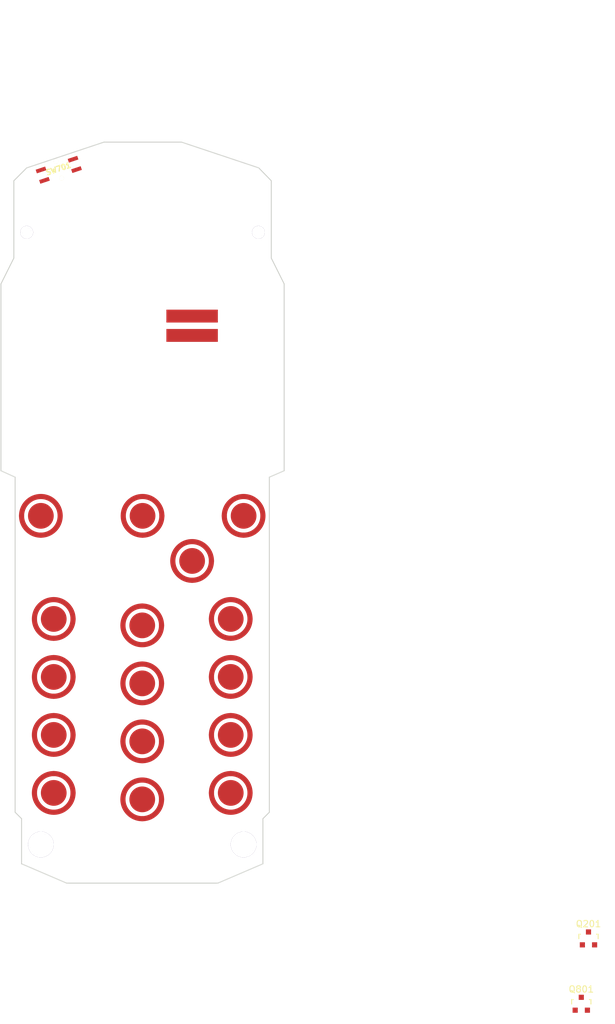
<source format=kicad_pcb>
(kicad_pcb (version 4) (host pcbnew 4.0.2+dfsg1-stable)

  (general
    (links 74)
    (no_connects 74)
    (area 77.314756 44.02184 121.464758 159.171842)
    (thickness 1.6)
    (drawings 25)
    (tracks 0)
    (zones 0)
    (modules 24)
    (nets 15)
  )

  (page A4)
  (layers
    (0 F.Cu signal)
    (31 B.Cu signal)
    (32 B.Adhes user)
    (33 F.Adhes user)
    (34 B.Paste user)
    (35 F.Paste user)
    (36 B.SilkS user)
    (37 F.SilkS user)
    (38 B.Mask user)
    (39 F.Mask user)
    (40 Dwgs.User user)
    (41 Cmts.User user)
    (42 Eco1.User user)
    (43 Eco2.User user)
    (44 Edge.Cuts user)
    (45 Margin user)
    (46 B.CrtYd user)
    (47 F.CrtYd user)
    (48 B.Fab user)
    (49 F.Fab user)
  )

  (setup
    (last_trace_width 0.25)
    (trace_clearance 0.2)
    (zone_clearance 0.508)
    (zone_45_only no)
    (trace_min 0.2)
    (segment_width 0.2)
    (edge_width 0.15)
    (via_size 0.6)
    (via_drill 0.4)
    (via_min_size 0.4)
    (via_min_drill 0.3)
    (uvia_size 0.3)
    (uvia_drill 0.1)
    (uvias_allowed no)
    (uvia_min_size 0.2)
    (uvia_min_drill 0.1)
    (pcb_text_width 0.3)
    (pcb_text_size 1.5 1.5)
    (mod_edge_width 0.15)
    (mod_text_size 1 1)
    (mod_text_width 0.15)
    (pad_size 2 2)
    (pad_drill 2)
    (pad_to_mask_clearance 0.2)
    (aux_axis_origin 0 0)
    (grid_origin 79.589757 159.096841)
    (visible_elements FFFFF77F)
    (pcbplotparams
      (layerselection 0x00030_80000001)
      (usegerberextensions false)
      (excludeedgelayer true)
      (linewidth 0.100000)
      (plotframeref false)
      (viasonmask false)
      (mode 1)
      (useauxorigin false)
      (hpglpennumber 1)
      (hpglpenspeed 20)
      (hpglpendiameter 15)
      (hpglpenoverlay 2)
      (psnegative false)
      (psa4output false)
      (plotreference true)
      (plotvalue true)
      (plotinvisibletext false)
      (padsonsilk false)
      (subtractmaskfromsilk false)
      (outputformat 1)
      (mirror false)
      (drillshape 1)
      (scaleselection 1)
      (outputdirectory ""))
  )

  (net 0 "")
  (net 1 "Net-(Q201-Pad1)")
  (net 2 GND)
  (net 3 "Net-(Q201-Pad3)")
  (net 4 "Net-(Q801-Pad1)")
  (net 5 "Net-(Q801-Pad3)")
  (net 6 "/Buttons and LEDs/~ON")
  (net 7 "/Buttons and LEDs/COL_1")
  (net 8 "/Buttons and LEDs/ROW_1")
  (net 9 "/Buttons and LEDs/ROW_2")
  (net 10 "/Buttons and LEDs/ROW_3")
  (net 11 "/Buttons and LEDs/ROW_4")
  (net 12 "/Buttons and LEDs/COL_2")
  (net 13 "/Buttons and LEDs/COL_3")
  (net 14 "/Buttons and LEDs/COL_4")

  (net_class Default "This is the default net class."
    (clearance 0.2)
    (trace_width 0.25)
    (via_dia 0.6)
    (via_drill 0.4)
    (uvia_dia 0.3)
    (uvia_drill 0.1)
    (add_net "/Buttons and LEDs/COL_1")
    (add_net "/Buttons and LEDs/COL_2")
    (add_net "/Buttons and LEDs/COL_3")
    (add_net "/Buttons and LEDs/COL_4")
    (add_net "/Buttons and LEDs/ROW_1")
    (add_net "/Buttons and LEDs/ROW_2")
    (add_net "/Buttons and LEDs/ROW_3")
    (add_net "/Buttons and LEDs/ROW_4")
    (add_net "/Buttons and LEDs/~ON")
    (add_net GND)
    (add_net "Net-(Q201-Pad1)")
    (add_net "Net-(Q201-Pad3)")
    (add_net "Net-(Q801-Pad1)")
    (add_net "Net-(Q801-Pad3)")
  )

  (module Mounting_Holes:MountingHole_2-5mm (layer F.Cu) (tedit 580E7237) (tstamp 5813CDD3)
    (at 81.389757 58.096841)
    (descr "Mounting hole, Befestigungsbohrung, 2,5mm, No Annular, Kein Restring,")
    (tags "Mounting hole, Befestigungsbohrung, 2,5mm, No Annular, Kein Restring,")
    (fp_text reference REF** (at 0 -3.50012) (layer F.SilkS) hide
      (effects (font (size 1 1) (thickness 0.15)))
    )
    (fp_text value MountingHole_2mm (at 0.09906 3.59918) (layer F.Fab)
      (effects (font (size 0.5 0.5) (thickness 0.125)))
    )
    (fp_circle (center 0 0) (end 2.5 0) (layer Cmts.User) (width 0.381))
    (pad 1 thru_hole circle (at 0 0) (size 2 2) (drill 2) (layers F.Cu))
  )

  (module TO_SOT_Packages_SMD:SOT-23 (layer F.Cu) (tedit 553634F8) (tstamp 5811B94B)
    (at 168.675 167.675)
    (descr "SOT-23, Standard")
    (tags SOT-23)
    (path /5805F47D/580DD654)
    (attr smd)
    (fp_text reference Q201 (at 0 -2.25) (layer F.SilkS)
      (effects (font (size 1 1) (thickness 0.15)))
    )
    (fp_text value BC817-40 (at 0 2.3) (layer F.Fab)
      (effects (font (size 1 1) (thickness 0.15)))
    )
    (fp_line (start -1.65 -1.6) (end 1.65 -1.6) (layer F.CrtYd) (width 0.05))
    (fp_line (start 1.65 -1.6) (end 1.65 1.6) (layer F.CrtYd) (width 0.05))
    (fp_line (start 1.65 1.6) (end -1.65 1.6) (layer F.CrtYd) (width 0.05))
    (fp_line (start -1.65 1.6) (end -1.65 -1.6) (layer F.CrtYd) (width 0.05))
    (fp_line (start 1.29916 -0.65024) (end 1.2509 -0.65024) (layer F.SilkS) (width 0.15))
    (fp_line (start -1.49982 0.0508) (end -1.49982 -0.65024) (layer F.SilkS) (width 0.15))
    (fp_line (start -1.49982 -0.65024) (end -1.2509 -0.65024) (layer F.SilkS) (width 0.15))
    (fp_line (start 1.29916 -0.65024) (end 1.49982 -0.65024) (layer F.SilkS) (width 0.15))
    (fp_line (start 1.49982 -0.65024) (end 1.49982 0.0508) (layer F.SilkS) (width 0.15))
    (pad 1 smd rect (at -0.95 1.00076) (size 0.8001 0.8001) (layers F.Cu F.Paste F.Mask)
      (net 1 "Net-(Q201-Pad1)"))
    (pad 2 smd rect (at 0.95 1.00076) (size 0.8001 0.8001) (layers F.Cu F.Paste F.Mask)
      (net 2 GND))
    (pad 3 smd rect (at 0 -0.99822) (size 0.8001 0.8001) (layers F.Cu F.Paste F.Mask)
      (net 3 "Net-(Q201-Pad3)"))
    (model TO_SOT_Packages_SMD.3dshapes/SOT-23.wrl
      (at (xyz 0 0 0))
      (scale (xyz 1 1 1))
      (rotate (xyz 0 0 0))
    )
  )

  (module TO_SOT_Packages_SMD:SOT-23 (layer F.Cu) (tedit 553634F8) (tstamp 5811B9BB)
    (at 167.555952 177.815)
    (descr "SOT-23, Standard")
    (tags SOT-23)
    (path /5805F481/5805F82C)
    (attr smd)
    (fp_text reference Q801 (at 0 -2.25) (layer F.SilkS)
      (effects (font (size 1 1) (thickness 0.15)))
    )
    (fp_text value BSS138 (at 0 2.3) (layer F.Fab)
      (effects (font (size 1 1) (thickness 0.15)))
    )
    (fp_line (start -1.65 -1.6) (end 1.65 -1.6) (layer F.CrtYd) (width 0.05))
    (fp_line (start 1.65 -1.6) (end 1.65 1.6) (layer F.CrtYd) (width 0.05))
    (fp_line (start 1.65 1.6) (end -1.65 1.6) (layer F.CrtYd) (width 0.05))
    (fp_line (start -1.65 1.6) (end -1.65 -1.6) (layer F.CrtYd) (width 0.05))
    (fp_line (start 1.29916 -0.65024) (end 1.2509 -0.65024) (layer F.SilkS) (width 0.15))
    (fp_line (start -1.49982 0.0508) (end -1.49982 -0.65024) (layer F.SilkS) (width 0.15))
    (fp_line (start -1.49982 -0.65024) (end -1.2509 -0.65024) (layer F.SilkS) (width 0.15))
    (fp_line (start 1.29916 -0.65024) (end 1.49982 -0.65024) (layer F.SilkS) (width 0.15))
    (fp_line (start 1.49982 -0.65024) (end 1.49982 0.0508) (layer F.SilkS) (width 0.15))
    (pad 1 smd rect (at -0.95 1.00076) (size 0.8001 0.8001) (layers F.Cu F.Paste F.Mask)
      (net 4 "Net-(Q801-Pad1)"))
    (pad 2 smd rect (at 0.95 1.00076) (size 0.8001 0.8001) (layers F.Cu F.Paste F.Mask)
      (net 2 GND))
    (pad 3 smd rect (at 0 -0.99822) (size 0.8001 0.8001) (layers F.Cu F.Paste F.Mask)
      (net 5 "Net-(Q801-Pad3)"))
    (model TO_SOT_Packages_SMD.3dshapes/SOT-23.wrl
      (at (xyz 0 0 0))
      (scale (xyz 1 1 1))
      (rotate (xyz 0 0 0))
    )
  )

  (module buttons:TS-015A locked (layer F.Cu) (tedit 580E6EE2) (tstamp 5811B9C5)
    (at 86.639757 49.196841 198.5)
    (path /5805F4BA/5807C586)
    (fp_text reference SW701 (at 0 1 198.5) (layer F.SilkS)
      (effects (font (size 0.8 0.8) (thickness 0.2)))
    )
    (fp_text value SW_PUSH (at 0 -2 198.5) (layer F.Fab)
      (effects (font (size 1 1) (thickness 0.15)))
    )
    (fp_line (start -1.3 3.6) (end -1.3 2.6) (layer F.CrtYd) (width 0.1))
    (fp_line (start 1.3 3.6) (end 1.3 2.6) (layer F.CrtYd) (width 0.1))
    (fp_line (start -1.3 3.6) (end 1.3 3.6) (layer F.CrtYd) (width 0.1))
    (fp_line (start -3.2 2.6) (end -3.2 -0.9) (layer F.CrtYd) (width 0.1))
    (fp_line (start 3.2 2.6) (end -3.2 2.6) (layer F.CrtYd) (width 0.1))
    (fp_line (start 3.2 -0.9) (end 3.2 2.6) (layer F.CrtYd) (width 0.1))
    (fp_line (start -3.2 -0.9) (end 3.2 -0.9) (layer F.CrtYd) (width 0.1))
    (pad 1 smd rect (at -2.625 0 198.5) (size 1.55 0.6) (layers F.Cu F.Paste F.Mask)
      (net 2 GND))
    (pad 2 smd rect (at -2.625 1.7 198.5) (size 1.55 0.6) (layers F.Cu F.Paste F.Mask)
      (net 6 "/Buttons and LEDs/~ON"))
    (pad 3 smd rect (at 2.625 0 198.5) (size 1.55 0.6) (layers F.Cu F.Paste F.Mask))
    (pad 4 smd rect (at 2.625 1.7 198.5) (size 1.55 0.6) (layers F.Cu F.Paste F.Mask))
    (pad "" np_thru_hole circle (at 0 -0.525 198.5) (size 0.75 0.75) (drill 0.75) (layers *.Cu *.Mask F.SilkS))
    (pad "" np_thru_hole circle (at 0 2.225 198.5) (size 0.75 0.75) (drill 0.75) (layers *.Cu *.Mask F.SilkS))
  )

  (module buttons:Foil_Button locked (layer F.Cu) (tedit 580E70AF) (tstamp 5811B9CF)
    (at 83.589757 102.096841)
    (path /5805F4BA/5807974B)
    (fp_text reference SW702 (at 0 2.3) (layer Dwgs.User)
      (effects (font (size 0.127 0.127) (thickness 0.03175)))
    )
    (fp_text value C (at 0 -1.27) (layer F.Fab)
      (effects (font (size 0.5 0.5) (thickness 0.125)))
    )
    (fp_circle (center 0 0) (end 3 0) (layer F.Cu) (width 0.8))
    (pad 1 connect circle (at 0 0) (size 4 4) (layers F.Cu F.Mask)
      (net 7 "/Buttons and LEDs/COL_1") (solder_mask_margin 1.55))
    (pad 2 connect circle (at 0 3) (size 0.8 0.8) (layers F.Cu F.Mask)
      (net 8 "/Buttons and LEDs/ROW_1") (solder_mask_margin 0.01) (clearance 0.01))
    (pad 2 connect circle (at 3 0) (size 0.8 0.8) (layers F.Cu F.Mask)
      (net 8 "/Buttons and LEDs/ROW_1") (solder_mask_margin 0.01) (clearance 0.01))
    (pad 2 connect circle (at 0 -3) (size 0.8 0.8) (layers F.Cu F.Mask)
      (net 8 "/Buttons and LEDs/ROW_1") (solder_mask_margin 0.01) (clearance 0.01))
    (pad 2 connect circle (at -3 0) (size 0.8 0.8) (layers F.Cu F.Mask)
      (net 8 "/Buttons and LEDs/ROW_1") (solder_mask_margin 0.01) (clearance 0.01))
  )

  (module buttons:Foil_Button locked (layer F.Cu) (tedit 580E70AF) (tstamp 5811B9D9)
    (at 85.589757 118.096841)
    (path /5805F4BA/58079996)
    (fp_text reference SW703 (at 0 2.3) (layer Dwgs.User)
      (effects (font (size 0.127 0.127) (thickness 0.03175)))
    )
    (fp_text value 1 (at 0 -1.27) (layer F.Fab)
      (effects (font (size 0.5 0.5) (thickness 0.125)))
    )
    (fp_circle (center 0 0) (end 3 0) (layer F.Cu) (width 0.8))
    (pad 1 connect circle (at 0 0) (size 4 4) (layers F.Cu F.Mask)
      (net 7 "/Buttons and LEDs/COL_1") (solder_mask_margin 1.55))
    (pad 2 connect circle (at 0 3) (size 0.8 0.8) (layers F.Cu F.Mask)
      (net 9 "/Buttons and LEDs/ROW_2") (solder_mask_margin 0.01) (clearance 0.01))
    (pad 2 connect circle (at 3 0) (size 0.8 0.8) (layers F.Cu F.Mask)
      (net 9 "/Buttons and LEDs/ROW_2") (solder_mask_margin 0.01) (clearance 0.01))
    (pad 2 connect circle (at 0 -3) (size 0.8 0.8) (layers F.Cu F.Mask)
      (net 9 "/Buttons and LEDs/ROW_2") (solder_mask_margin 0.01) (clearance 0.01))
    (pad 2 connect circle (at -3 0) (size 0.8 0.8) (layers F.Cu F.Mask)
      (net 9 "/Buttons and LEDs/ROW_2") (solder_mask_margin 0.01) (clearance 0.01))
  )

  (module buttons:Foil_Button locked (layer F.Cu) (tedit 580E70AF) (tstamp 5811B9E3)
    (at 85.589757 127.096841)
    (path /5805F4BA/58079B23)
    (fp_text reference SW704 (at 0 2.3) (layer Dwgs.User)
      (effects (font (size 0.127 0.127) (thickness 0.03175)))
    )
    (fp_text value 4ghi (at 0 -1.27) (layer F.Fab)
      (effects (font (size 0.5 0.5) (thickness 0.125)))
    )
    (fp_circle (center 0 0) (end 3 0) (layer F.Cu) (width 0.8))
    (pad 1 connect circle (at 0 0) (size 4 4) (layers F.Cu F.Mask)
      (net 7 "/Buttons and LEDs/COL_1") (solder_mask_margin 1.55))
    (pad 2 connect circle (at 0 3) (size 0.8 0.8) (layers F.Cu F.Mask)
      (net 10 "/Buttons and LEDs/ROW_3") (solder_mask_margin 0.01) (clearance 0.01))
    (pad 2 connect circle (at 3 0) (size 0.8 0.8) (layers F.Cu F.Mask)
      (net 10 "/Buttons and LEDs/ROW_3") (solder_mask_margin 0.01) (clearance 0.01))
    (pad 2 connect circle (at 0 -3) (size 0.8 0.8) (layers F.Cu F.Mask)
      (net 10 "/Buttons and LEDs/ROW_3") (solder_mask_margin 0.01) (clearance 0.01))
    (pad 2 connect circle (at -3 0) (size 0.8 0.8) (layers F.Cu F.Mask)
      (net 10 "/Buttons and LEDs/ROW_3") (solder_mask_margin 0.01) (clearance 0.01))
  )

  (module buttons:Foil_Button locked (layer F.Cu) (tedit 580E70AF) (tstamp 5811B9ED)
    (at 85.589757 136.096841)
    (path /5805F4BA/58079B97)
    (fp_text reference SW705 (at 0 2.3) (layer Dwgs.User)
      (effects (font (size 0.127 0.127) (thickness 0.03175)))
    )
    (fp_text value 7pqrs (at 0 -1.27) (layer F.Fab)
      (effects (font (size 0.5 0.5) (thickness 0.125)))
    )
    (fp_circle (center 0 0) (end 3 0) (layer F.Cu) (width 0.8))
    (pad 1 connect circle (at 0 0) (size 4 4) (layers F.Cu F.Mask)
      (net 7 "/Buttons and LEDs/COL_1") (solder_mask_margin 1.55))
    (pad 2 connect circle (at 0 3) (size 0.8 0.8) (layers F.Cu F.Mask)
      (net 11 "/Buttons and LEDs/ROW_4") (solder_mask_margin 0.01) (clearance 0.01))
    (pad 2 connect circle (at 3 0) (size 0.8 0.8) (layers F.Cu F.Mask)
      (net 11 "/Buttons and LEDs/ROW_4") (solder_mask_margin 0.01) (clearance 0.01))
    (pad 2 connect circle (at 0 -3) (size 0.8 0.8) (layers F.Cu F.Mask)
      (net 11 "/Buttons and LEDs/ROW_4") (solder_mask_margin 0.01) (clearance 0.01))
    (pad 2 connect circle (at -3 0) (size 0.8 0.8) (layers F.Cu F.Mask)
      (net 11 "/Buttons and LEDs/ROW_4") (solder_mask_margin 0.01) (clearance 0.01))
  )

  (module buttons:Foil_Button locked (layer F.Cu) (tedit 580E70AF) (tstamp 5811B9F7)
    (at 99.389757 102.096841)
    (path /5805F4BA/58079829)
    (fp_text reference SW706 (at 0 2.3) (layer Dwgs.User)
      (effects (font (size 0.127 0.127) (thickness 0.03175)))
    )
    (fp_text value - (at 0 -1.27) (layer F.Fab)
      (effects (font (size 0.5 0.5) (thickness 0.125)))
    )
    (fp_circle (center 0 0) (end 3 0) (layer F.Cu) (width 0.8))
    (pad 1 connect circle (at 0 0) (size 4 4) (layers F.Cu F.Mask)
      (net 12 "/Buttons and LEDs/COL_2") (solder_mask_margin 1.55))
    (pad 2 connect circle (at 0 3) (size 0.8 0.8) (layers F.Cu F.Mask)
      (net 8 "/Buttons and LEDs/ROW_1") (solder_mask_margin 0.01) (clearance 0.01))
    (pad 2 connect circle (at 3 0) (size 0.8 0.8) (layers F.Cu F.Mask)
      (net 8 "/Buttons and LEDs/ROW_1") (solder_mask_margin 0.01) (clearance 0.01))
    (pad 2 connect circle (at 0 -3) (size 0.8 0.8) (layers F.Cu F.Mask)
      (net 8 "/Buttons and LEDs/ROW_1") (solder_mask_margin 0.01) (clearance 0.01))
    (pad 2 connect circle (at -3 0) (size 0.8 0.8) (layers F.Cu F.Mask)
      (net 8 "/Buttons and LEDs/ROW_1") (solder_mask_margin 0.01) (clearance 0.01))
  )

  (module buttons:Foil_Button locked (layer F.Cu) (tedit 580E70AF) (tstamp 5811BA01)
    (at 99.339757 119.096841)
    (path /5805F4BA/5807999C)
    (fp_text reference SW707 (at 0 2.3) (layer Dwgs.User)
      (effects (font (size 0.127 0.127) (thickness 0.03175)))
    )
    (fp_text value 2abc (at 0 -1.27) (layer F.Fab)
      (effects (font (size 0.5 0.5) (thickness 0.125)))
    )
    (fp_circle (center 0 0) (end 3 0) (layer F.Cu) (width 0.8))
    (pad 1 connect circle (at 0 0) (size 4 4) (layers F.Cu F.Mask)
      (net 12 "/Buttons and LEDs/COL_2") (solder_mask_margin 1.55))
    (pad 2 connect circle (at 0 3) (size 0.8 0.8) (layers F.Cu F.Mask)
      (net 9 "/Buttons and LEDs/ROW_2") (solder_mask_margin 0.01) (clearance 0.01))
    (pad 2 connect circle (at 3 0) (size 0.8 0.8) (layers F.Cu F.Mask)
      (net 9 "/Buttons and LEDs/ROW_2") (solder_mask_margin 0.01) (clearance 0.01))
    (pad 2 connect circle (at 0 -3) (size 0.8 0.8) (layers F.Cu F.Mask)
      (net 9 "/Buttons and LEDs/ROW_2") (solder_mask_margin 0.01) (clearance 0.01))
    (pad 2 connect circle (at -3 0) (size 0.8 0.8) (layers F.Cu F.Mask)
      (net 9 "/Buttons and LEDs/ROW_2") (solder_mask_margin 0.01) (clearance 0.01))
  )

  (module buttons:Foil_Button locked (layer F.Cu) (tedit 580E70AF) (tstamp 5811BA0B)
    (at 99.339757 128.096841)
    (path /5805F4BA/58079B29)
    (fp_text reference SW708 (at 0 2.3) (layer Dwgs.User)
      (effects (font (size 0.127 0.127) (thickness 0.03175)))
    )
    (fp_text value 5jkl (at 0 -1.27) (layer F.Fab)
      (effects (font (size 0.5 0.5) (thickness 0.125)))
    )
    (fp_circle (center 0 0) (end 3 0) (layer F.Cu) (width 0.8))
    (pad 1 connect circle (at 0 0) (size 4 4) (layers F.Cu F.Mask)
      (net 12 "/Buttons and LEDs/COL_2") (solder_mask_margin 1.55))
    (pad 2 connect circle (at 0 3) (size 0.8 0.8) (layers F.Cu F.Mask)
      (net 10 "/Buttons and LEDs/ROW_3") (solder_mask_margin 0.01) (clearance 0.01))
    (pad 2 connect circle (at 3 0) (size 0.8 0.8) (layers F.Cu F.Mask)
      (net 10 "/Buttons and LEDs/ROW_3") (solder_mask_margin 0.01) (clearance 0.01))
    (pad 2 connect circle (at 0 -3) (size 0.8 0.8) (layers F.Cu F.Mask)
      (net 10 "/Buttons and LEDs/ROW_3") (solder_mask_margin 0.01) (clearance 0.01))
    (pad 2 connect circle (at -3 0) (size 0.8 0.8) (layers F.Cu F.Mask)
      (net 10 "/Buttons and LEDs/ROW_3") (solder_mask_margin 0.01) (clearance 0.01))
  )

  (module buttons:Foil_Button locked (layer F.Cu) (tedit 580E70AF) (tstamp 5811BA15)
    (at 99.339757 137.096841)
    (path /5805F4BA/58079B9D)
    (fp_text reference SW709 (at 0 2.3) (layer Dwgs.User)
      (effects (font (size 0.127 0.127) (thickness 0.03175)))
    )
    (fp_text value 8tuv (at 0 -1.27) (layer F.Fab)
      (effects (font (size 0.5 0.5) (thickness 0.125)))
    )
    (fp_circle (center 0 0) (end 3 0) (layer F.Cu) (width 0.8))
    (pad 1 connect circle (at 0 0) (size 4 4) (layers F.Cu F.Mask)
      (net 12 "/Buttons and LEDs/COL_2") (solder_mask_margin 1.55))
    (pad 2 connect circle (at 0 3) (size 0.8 0.8) (layers F.Cu F.Mask)
      (net 11 "/Buttons and LEDs/ROW_4") (solder_mask_margin 0.01) (clearance 0.01))
    (pad 2 connect circle (at 3 0) (size 0.8 0.8) (layers F.Cu F.Mask)
      (net 11 "/Buttons and LEDs/ROW_4") (solder_mask_margin 0.01) (clearance 0.01))
    (pad 2 connect circle (at 0 -3) (size 0.8 0.8) (layers F.Cu F.Mask)
      (net 11 "/Buttons and LEDs/ROW_4") (solder_mask_margin 0.01) (clearance 0.01))
    (pad 2 connect circle (at -3 0) (size 0.8 0.8) (layers F.Cu F.Mask)
      (net 11 "/Buttons and LEDs/ROW_4") (solder_mask_margin 0.01) (clearance 0.01))
  )

  (module buttons:Foil_Button locked (layer F.Cu) (tedit 580E70AF) (tstamp 5811BA1F)
    (at 115.089757 102.096841)
    (path /5805F4BA/5807984F)
    (fp_text reference SW710 (at 0 2.3) (layer Dwgs.User)
      (effects (font (size 0.127 0.127) (thickness 0.03175)))
    )
    (fp_text value UP (at 0 -1.27) (layer F.Fab)
      (effects (font (size 0.5 0.5) (thickness 0.125)))
    )
    (fp_circle (center 0 0) (end 3 0) (layer F.Cu) (width 0.8))
    (pad 1 connect circle (at 0 0) (size 4 4) (layers F.Cu F.Mask)
      (net 13 "/Buttons and LEDs/COL_3") (solder_mask_margin 1.55))
    (pad 2 connect circle (at 0 3) (size 0.8 0.8) (layers F.Cu F.Mask)
      (net 8 "/Buttons and LEDs/ROW_1") (solder_mask_margin 0.01) (clearance 0.01))
    (pad 2 connect circle (at 3 0) (size 0.8 0.8) (layers F.Cu F.Mask)
      (net 8 "/Buttons and LEDs/ROW_1") (solder_mask_margin 0.01) (clearance 0.01))
    (pad 2 connect circle (at 0 -3) (size 0.8 0.8) (layers F.Cu F.Mask)
      (net 8 "/Buttons and LEDs/ROW_1") (solder_mask_margin 0.01) (clearance 0.01))
    (pad 2 connect circle (at -3 0) (size 0.8 0.8) (layers F.Cu F.Mask)
      (net 8 "/Buttons and LEDs/ROW_1") (solder_mask_margin 0.01) (clearance 0.01))
  )

  (module buttons:Foil_Button locked (layer F.Cu) (tedit 580E70AF) (tstamp 5811BA29)
    (at 113.089757 118.096841)
    (path /5805F4BA/580799A2)
    (fp_text reference SW711 (at 0 2.3) (layer Dwgs.User)
      (effects (font (size 0.127 0.127) (thickness 0.03175)))
    )
    (fp_text value 3def (at 0 -1.27) (layer F.Fab)
      (effects (font (size 0.5 0.5) (thickness 0.125)))
    )
    (fp_circle (center 0 0) (end 3 0) (layer F.Cu) (width 0.8))
    (pad 1 connect circle (at 0 0) (size 4 4) (layers F.Cu F.Mask)
      (net 13 "/Buttons and LEDs/COL_3") (solder_mask_margin 1.55))
    (pad 2 connect circle (at 0 3) (size 0.8 0.8) (layers F.Cu F.Mask)
      (net 9 "/Buttons and LEDs/ROW_2") (solder_mask_margin 0.01) (clearance 0.01))
    (pad 2 connect circle (at 3 0) (size 0.8 0.8) (layers F.Cu F.Mask)
      (net 9 "/Buttons and LEDs/ROW_2") (solder_mask_margin 0.01) (clearance 0.01))
    (pad 2 connect circle (at 0 -3) (size 0.8 0.8) (layers F.Cu F.Mask)
      (net 9 "/Buttons and LEDs/ROW_2") (solder_mask_margin 0.01) (clearance 0.01))
    (pad 2 connect circle (at -3 0) (size 0.8 0.8) (layers F.Cu F.Mask)
      (net 9 "/Buttons and LEDs/ROW_2") (solder_mask_margin 0.01) (clearance 0.01))
  )

  (module buttons:Foil_Button locked (layer F.Cu) (tedit 580E70AF) (tstamp 5811BA33)
    (at 113.089757 127.096841)
    (path /5805F4BA/58079B2F)
    (fp_text reference SW712 (at 0 2.3) (layer Dwgs.User)
      (effects (font (size 0.127 0.127) (thickness 0.03175)))
    )
    (fp_text value 6mno (at 0 -1.27) (layer F.Fab)
      (effects (font (size 0.5 0.5) (thickness 0.125)))
    )
    (fp_circle (center 0 0) (end 3 0) (layer F.Cu) (width 0.8))
    (pad 1 connect circle (at 0 0) (size 4 4) (layers F.Cu F.Mask)
      (net 13 "/Buttons and LEDs/COL_3") (solder_mask_margin 1.55))
    (pad 2 connect circle (at 0 3) (size 0.8 0.8) (layers F.Cu F.Mask)
      (net 10 "/Buttons and LEDs/ROW_3") (solder_mask_margin 0.01) (clearance 0.01))
    (pad 2 connect circle (at 3 0) (size 0.8 0.8) (layers F.Cu F.Mask)
      (net 10 "/Buttons and LEDs/ROW_3") (solder_mask_margin 0.01) (clearance 0.01))
    (pad 2 connect circle (at 0 -3) (size 0.8 0.8) (layers F.Cu F.Mask)
      (net 10 "/Buttons and LEDs/ROW_3") (solder_mask_margin 0.01) (clearance 0.01))
    (pad 2 connect circle (at -3 0) (size 0.8 0.8) (layers F.Cu F.Mask)
      (net 10 "/Buttons and LEDs/ROW_3") (solder_mask_margin 0.01) (clearance 0.01))
  )

  (module buttons:Foil_Button locked (layer F.Cu) (tedit 580E70AF) (tstamp 5811BA3D)
    (at 113.089757 136.096841)
    (path /5805F4BA/58079BA3)
    (fp_text reference SW713 (at 0 2.3) (layer Dwgs.User)
      (effects (font (size 0.127 0.127) (thickness 0.03175)))
    )
    (fp_text value 9wxyz (at 0 -1.27) (layer F.Fab)
      (effects (font (size 0.5 0.5) (thickness 0.125)))
    )
    (fp_circle (center 0 0) (end 3 0) (layer F.Cu) (width 0.8))
    (pad 1 connect circle (at 0 0) (size 4 4) (layers F.Cu F.Mask)
      (net 13 "/Buttons and LEDs/COL_3") (solder_mask_margin 1.55))
    (pad 2 connect circle (at 0 3) (size 0.8 0.8) (layers F.Cu F.Mask)
      (net 11 "/Buttons and LEDs/ROW_4") (solder_mask_margin 0.01) (clearance 0.01))
    (pad 2 connect circle (at 3 0) (size 0.8 0.8) (layers F.Cu F.Mask)
      (net 11 "/Buttons and LEDs/ROW_4") (solder_mask_margin 0.01) (clearance 0.01))
    (pad 2 connect circle (at 0 -3) (size 0.8 0.8) (layers F.Cu F.Mask)
      (net 11 "/Buttons and LEDs/ROW_4") (solder_mask_margin 0.01) (clearance 0.01))
    (pad 2 connect circle (at -3 0) (size 0.8 0.8) (layers F.Cu F.Mask)
      (net 11 "/Buttons and LEDs/ROW_4") (solder_mask_margin 0.01) (clearance 0.01))
  )

  (module buttons:Foil_Button locked (layer F.Cu) (tedit 580E70AF) (tstamp 5811BA47)
    (at 85.589757 145.096841)
    (path /5805F4BA/58079D0D)
    (fp_text reference SW714 (at 0 2.3) (layer Dwgs.User)
      (effects (font (size 0.127 0.127) (thickness 0.03175)))
    )
    (fp_text value *+ (at 0 -1.27) (layer F.Fab)
      (effects (font (size 0.5 0.5) (thickness 0.125)))
    )
    (fp_circle (center 0 0) (end 3 0) (layer F.Cu) (width 0.8))
    (pad 1 connect circle (at 0 0) (size 4 4) (layers F.Cu F.Mask)
      (net 14 "/Buttons and LEDs/COL_4") (solder_mask_margin 1.55))
    (pad 2 connect circle (at 0 3) (size 0.8 0.8) (layers F.Cu F.Mask)
      (net 8 "/Buttons and LEDs/ROW_1") (solder_mask_margin 0.01) (clearance 0.01))
    (pad 2 connect circle (at 3 0) (size 0.8 0.8) (layers F.Cu F.Mask)
      (net 8 "/Buttons and LEDs/ROW_1") (solder_mask_margin 0.01) (clearance 0.01))
    (pad 2 connect circle (at 0 -3) (size 0.8 0.8) (layers F.Cu F.Mask)
      (net 8 "/Buttons and LEDs/ROW_1") (solder_mask_margin 0.01) (clearance 0.01))
    (pad 2 connect circle (at -3 0) (size 0.8 0.8) (layers F.Cu F.Mask)
      (net 8 "/Buttons and LEDs/ROW_1") (solder_mask_margin 0.01) (clearance 0.01))
  )

  (module buttons:Foil_Button locked (layer F.Cu) (tedit 580E70AF) (tstamp 5811BA51)
    (at 107.089757 109.096841)
    (path /5805F4BA/5807987E)
    (fp_text reference SW715 (at 0 2.3) (layer Dwgs.User)
      (effects (font (size 0.127 0.127) (thickness 0.03175)))
    )
    (fp_text value DOWN (at 0 -1.27) (layer F.Fab)
      (effects (font (size 0.5 0.5) (thickness 0.125)))
    )
    (fp_circle (center 0 0) (end 3 0) (layer F.Cu) (width 0.8))
    (pad 1 connect circle (at 0 0) (size 4 4) (layers F.Cu F.Mask)
      (net 14 "/Buttons and LEDs/COL_4") (solder_mask_margin 1.55))
    (pad 2 connect circle (at 0 3) (size 0.8 0.8) (layers F.Cu F.Mask)
      (net 9 "/Buttons and LEDs/ROW_2") (solder_mask_margin 0.01) (clearance 0.01))
    (pad 2 connect circle (at 3 0) (size 0.8 0.8) (layers F.Cu F.Mask)
      (net 9 "/Buttons and LEDs/ROW_2") (solder_mask_margin 0.01) (clearance 0.01))
    (pad 2 connect circle (at 0 -3) (size 0.8 0.8) (layers F.Cu F.Mask)
      (net 9 "/Buttons and LEDs/ROW_2") (solder_mask_margin 0.01) (clearance 0.01))
    (pad 2 connect circle (at -3 0) (size 0.8 0.8) (layers F.Cu F.Mask)
      (net 9 "/Buttons and LEDs/ROW_2") (solder_mask_margin 0.01) (clearance 0.01))
  )

  (module buttons:Foil_Button locked (layer F.Cu) (tedit 580E70AF) (tstamp 5811BA5B)
    (at 99.339757 146.096841)
    (path /5805F4BA/58079D13)
    (fp_text reference SW716 (at 0 2.3) (layer Dwgs.User)
      (effects (font (size 0.127 0.127) (thickness 0.03175)))
    )
    (fp_text value 0space (at 0 -1.27) (layer F.Fab)
      (effects (font (size 0.5 0.5) (thickness 0.125)))
    )
    (fp_circle (center 0 0) (end 3 0) (layer F.Cu) (width 0.8))
    (pad 1 connect circle (at 0 0) (size 4 4) (layers F.Cu F.Mask)
      (net 14 "/Buttons and LEDs/COL_4") (solder_mask_margin 1.55))
    (pad 2 connect circle (at 0 3) (size 0.8 0.8) (layers F.Cu F.Mask)
      (net 10 "/Buttons and LEDs/ROW_3") (solder_mask_margin 0.01) (clearance 0.01))
    (pad 2 connect circle (at 3 0) (size 0.8 0.8) (layers F.Cu F.Mask)
      (net 10 "/Buttons and LEDs/ROW_3") (solder_mask_margin 0.01) (clearance 0.01))
    (pad 2 connect circle (at 0 -3) (size 0.8 0.8) (layers F.Cu F.Mask)
      (net 10 "/Buttons and LEDs/ROW_3") (solder_mask_margin 0.01) (clearance 0.01))
    (pad 2 connect circle (at -3 0) (size 0.8 0.8) (layers F.Cu F.Mask)
      (net 10 "/Buttons and LEDs/ROW_3") (solder_mask_margin 0.01) (clearance 0.01))
  )

  (module buttons:Foil_Button locked (layer F.Cu) (tedit 580E70AF) (tstamp 5811BA65)
    (at 113.089757 145.096841)
    (path /5805F4BA/58079D19)
    (fp_text reference SW717 (at 0 2.3) (layer Dwgs.User)
      (effects (font (size 0.127 0.127) (thickness 0.03175)))
    )
    (fp_text value "#up" (at 0 -1.27) (layer F.Fab)
      (effects (font (size 0.5 0.5) (thickness 0.125)))
    )
    (fp_circle (center 0 0) (end 3 0) (layer F.Cu) (width 0.8))
    (pad 1 connect circle (at 0 0) (size 4 4) (layers F.Cu F.Mask)
      (net 14 "/Buttons and LEDs/COL_4") (solder_mask_margin 1.55))
    (pad 2 connect circle (at 0 3) (size 0.8 0.8) (layers F.Cu F.Mask)
      (net 11 "/Buttons and LEDs/ROW_4") (solder_mask_margin 0.01) (clearance 0.01))
    (pad 2 connect circle (at 3 0) (size 0.8 0.8) (layers F.Cu F.Mask)
      (net 11 "/Buttons and LEDs/ROW_4") (solder_mask_margin 0.01) (clearance 0.01))
    (pad 2 connect circle (at 0 -3) (size 0.8 0.8) (layers F.Cu F.Mask)
      (net 11 "/Buttons and LEDs/ROW_4") (solder_mask_margin 0.01) (clearance 0.01))
    (pad 2 connect circle (at -3 0) (size 0.8 0.8) (layers F.Cu F.Mask)
      (net 11 "/Buttons and LEDs/ROW_4") (solder_mask_margin 0.01) (clearance 0.01))
  )

  (module Mounting_Holes:MountingHole_4mm (layer F.Cu) (tedit 580E724A) (tstamp 5813CD6E)
    (at 115.089757 153.096841)
    (descr "Mounting hole, Befestigungsbohrung, 4mm, No Annular, Kein Restring,")
    (tags "Mounting hole, Befestigungsbohrung, 4mm, No Annular, Kein Restring,")
    (fp_text reference REF** (at 0 -5.4991) (layer F.SilkS) hide
      (effects (font (size 1 1) (thickness 0.15)))
    )
    (fp_text value MountingHole_4mm (at 0 5.99948) (layer F.Fab)
      (effects (font (size 0.5 0.5) (thickness 0.125)))
    )
    (fp_circle (center 0 0) (end 4 0) (layer Cmts.User) (width 0.381))
    (pad 1 thru_hole circle (at 0 0) (size 4 4) (drill 4) (layers))
  )

  (module Mounting_Holes:MountingHole_4mm (layer F.Cu) (tedit 580E7252) (tstamp 5813CD74)
    (at 83.589757 153.096841)
    (descr "Mounting hole, Befestigungsbohrung, 4mm, No Annular, Kein Restring,")
    (tags "Mounting hole, Befestigungsbohrung, 4mm, No Annular, Kein Restring,")
    (fp_text reference REF** (at 0 -5.4991) (layer F.SilkS) hide
      (effects (font (size 1 1) (thickness 0.15)))
    )
    (fp_text value MountingHole_4mm (at 0 5.99948) (layer F.Fab)
      (effects (font (size 0.5 0.5) (thickness 0.125)))
    )
    (fp_circle (center 0 0) (end 4 0) (layer Cmts.User) (width 0.381))
    (pad 1 thru_hole circle (at 0 0) (size 4 4) (drill 4) (layers))
  )

  (module Mounting_Holes:MountingHole_2-5mm (layer F.Cu) (tedit 580E7240) (tstamp 5813CDC5)
    (at 117.389757 58.096841)
    (descr "Mounting hole, Befestigungsbohrung, 2,5mm, No Annular, Kein Restring,")
    (tags "Mounting hole, Befestigungsbohrung, 2,5mm, No Annular, Kein Restring,")
    (fp_text reference REF** (at 0 -3.50012) (layer F.SilkS) hide
      (effects (font (size 1 1) (thickness 0.15)))
    )
    (fp_text value MountingHole_2mm (at 0.09906 3.59918) (layer F.Fab)
      (effects (font (size 0.5 0.5) (thickness 0.125)))
    )
    (fp_circle (center 0 0) (end 2.5 0) (layer Cmts.User) (width 0.381))
    (pad 1 thru_hole circle (at 0 0) (size 2 2) (drill 2) (layers F.Cu))
  )

  (module buttons:Rumble_Pads locked (layer F.Cu) (tedit 580E74B4) (tstamp 5813CEBD)
    (at 107.089757 71.096841)
    (fp_text reference P109 (at 2.9 2.5) (layer Dwgs.User)
      (effects (font (size 0.5 0.5) (thickness 0.125)))
    )
    (fp_text value Rumble_Pads (at 0 -0.5) (layer F.Fab)
      (effects (font (size 0.5 0.5) (thickness 0.125)))
    )
    (pad 1 connect rect (at 0 0) (size 8 2) (layers F.Cu F.Mask))
    (pad 2 connect rect (at 0 3) (size 8 2) (layers F.Cu F.Mask))
  )

  (dimension 40 (width 0.3) (layer Dwgs.User)
    (gr_text "40,000 mm" (at 99.389757 27.246841) (layer Dwgs.User)
      (effects (font (size 1.5 1.5) (thickness 0.3)))
    )
    (feature1 (pts (xy 119.389757 50.096841) (xy 119.389757 25.896841)))
    (feature2 (pts (xy 79.389757 50.096841) (xy 79.389757 25.896841)))
    (crossbar (pts (xy 79.389757 28.596841) (xy 119.389757 28.596841)))
    (arrow1a (pts (xy 119.389757 28.596841) (xy 118.263253 29.183262)))
    (arrow1b (pts (xy 119.389757 28.596841) (xy 118.263253 28.01042)))
    (arrow2a (pts (xy 79.389757 28.596841) (xy 80.516261 29.183262)))
    (arrow2b (pts (xy 79.389757 28.596841) (xy 80.516261 28.01042)))
  )
  (dimension 44 (width 0.3) (layer Dwgs.User)
    (gr_text "44,000 mm" (at 99.389757 23.896841) (layer Dwgs.User)
      (effects (font (size 1.5 1.5) (thickness 0.3)))
    )
    (feature1 (pts (xy 121.389757 66.096841) (xy 121.389757 22.546841)))
    (feature2 (pts (xy 77.389757 66.096841) (xy 77.389757 22.546841)))
    (crossbar (pts (xy 77.389757 25.246841) (xy 121.389757 25.246841)))
    (arrow1a (pts (xy 121.389757 25.246841) (xy 120.263253 25.833262)))
    (arrow1b (pts (xy 121.389757 25.246841) (xy 120.263253 24.66042)))
    (arrow2a (pts (xy 77.389757 25.246841) (xy 78.516261 25.833262)))
    (arrow2b (pts (xy 77.389757 25.246841) (xy 78.516261 24.66042)))
  )
  (dimension 39.5 (width 0.3) (layer Dwgs.User)
    (gr_text "39,500 mm" (at 99.339757 171.946841) (layer Dwgs.User)
      (effects (font (size 1.5 1.5) (thickness 0.3)))
    )
    (feature1 (pts (xy 119.089757 148.096841) (xy 119.089757 173.296841)))
    (feature2 (pts (xy 79.589757 148.096841) (xy 79.589757 173.296841)))
    (crossbar (pts (xy 79.589757 170.596841) (xy 119.089757 170.596841)))
    (arrow1a (pts (xy 119.089757 170.596841) (xy 117.963253 171.183262)))
    (arrow1b (pts (xy 119.089757 170.596841) (xy 117.963253 170.01042)))
    (arrow2a (pts (xy 79.589757 170.596841) (xy 80.716261 171.183262)))
    (arrow2b (pts (xy 79.589757 170.596841) (xy 80.716261 170.01042)))
  )
  (gr_line (start 105.439757 44.096841) (end 93.389757 44.096841) (layer Edge.Cuts) (width 0.15))
  (gr_line (start 117.439757 48.096841) (end 105.439757 44.096841) (layer Edge.Cuts) (width 0.15))
  (gr_line (start 119.389757 50.096841) (end 117.439757 48.096841) (layer Edge.Cuts) (width 0.15))
  (gr_line (start 111.089757 159.096841) (end 87.589757 159.096841) (layer Edge.Cuts) (width 0.15))
  (gr_line (start 118.089757 149.096841) (end 119.089757 148.096841) (layer Edge.Cuts) (width 0.15))
  (gr_line (start 118.089757 156.096841) (end 118.089757 149.096841) (layer Edge.Cuts) (width 0.15))
  (gr_line (start 111.089757 159.096841) (end 118.089757 156.096841) (layer Edge.Cuts) (width 0.15))
  (gr_line (start 80.589757 156.096841) (end 87.589757 159.096841) (layer Edge.Cuts) (width 0.15))
  (gr_line (start 80.589757 149.096841) (end 80.589757 156.096841) (layer Edge.Cuts) (width 0.15))
  (gr_line (start 79.589757 148.096841) (end 80.589757 149.096841) (layer Edge.Cuts) (width 0.15))
  (gr_line (start 119.089757 96.096841) (end 119.089757 148.096841) (layer Edge.Cuts) (width 0.15))
  (gr_line (start 121.389757 95.096841) (end 119.089757 96.096841) (layer Edge.Cuts) (width 0.15))
  (gr_line (start 121.389757 66.096841) (end 121.389757 95.096841) (layer Edge.Cuts) (width 0.15))
  (gr_line (start 119.389757 62.096841) (end 121.389757 66.096841) (layer Edge.Cuts) (width 0.15))
  (gr_line (start 119.389757 50.096841) (end 119.389757 62.096841) (layer Edge.Cuts) (width 0.15))
  (gr_line (start 81.389757 48.096841) (end 93.389757 44.096841) (layer Edge.Cuts) (width 0.15))
  (gr_line (start 79.389757 50.096841) (end 81.389757 48.096841) (layer Edge.Cuts) (width 0.15))
  (gr_line (start 79.389757 62.096841) (end 79.389757 50.096841) (layer Edge.Cuts) (width 0.15))
  (gr_line (start 77.389757 66.096841) (end 79.389757 62.096841) (layer Edge.Cuts) (width 0.15))
  (gr_line (start 77.389757 95.096841) (end 77.389757 66.096841) (layer Edge.Cuts) (width 0.15))
  (gr_line (start 79.589757 96.096841) (end 77.389757 95.096841) (layer Edge.Cuts) (width 0.15))
  (gr_line (start 79.589757 148.096841) (end 79.589757 96.096841) (layer Edge.Cuts) (width 0.15))

)

</source>
